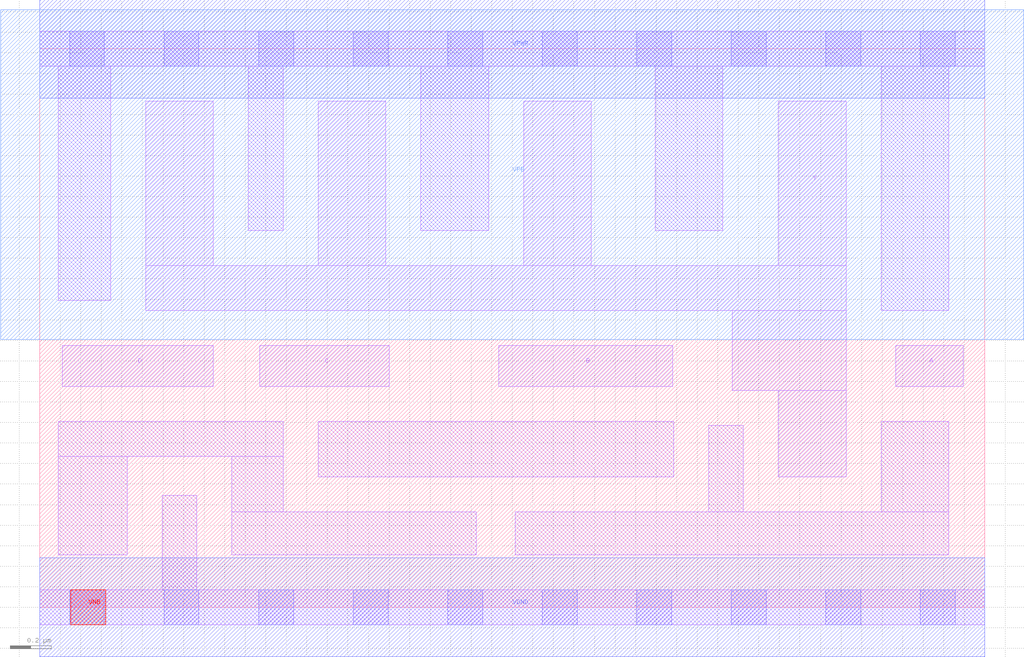
<source format=lef>
# Copyright 2020 The SkyWater PDK Authors
#
# Licensed under the Apache License, Version 2.0 (the "License");
# you may not use this file except in compliance with the License.
# You may obtain a copy of the License at
#
#     https://www.apache.org/licenses/LICENSE-2.0
#
# Unless required by applicable law or agreed to in writing, software
# distributed under the License is distributed on an "AS IS" BASIS,
# WITHOUT WARRANTIES OR CONDITIONS OF ANY KIND, either express or implied.
# See the License for the specific language governing permissions and
# limitations under the License.
#
# SPDX-License-Identifier: Apache-2.0

VERSION 5.7 ;
  NOWIREEXTENSIONATPIN ON ;
  DIVIDERCHAR "/" ;
  BUSBITCHARS "[]" ;
MACRO sky130_fd_sc_hd__nand4_2
  CLASS CORE ;
  FOREIGN sky130_fd_sc_hd__nand4_2 ;
  ORIGIN  0.000000  0.000000 ;
  SIZE  4.600000 BY  2.720000 ;
  SYMMETRY X Y R90 ;
  SITE unithd ;
  PIN A
    ANTENNAGATEAREA  0.495000 ;
    DIRECTION INPUT ;
    USE SIGNAL ;
    PORT
      LAYER li1 ;
        RECT 4.165000 1.075000 4.495000 1.275000 ;
    END
  END A
  PIN B
    ANTENNAGATEAREA  0.495000 ;
    DIRECTION INPUT ;
    USE SIGNAL ;
    PORT
      LAYER li1 ;
        RECT 2.235000 1.075000 3.080000 1.275000 ;
    END
  END B
  PIN C
    ANTENNAGATEAREA  0.495000 ;
    DIRECTION INPUT ;
    USE SIGNAL ;
    PORT
      LAYER li1 ;
        RECT 1.070000 1.075000 1.700000 1.275000 ;
    END
  END C
  PIN D
    ANTENNAGATEAREA  0.495000 ;
    DIRECTION INPUT ;
    USE SIGNAL ;
    PORT
      LAYER li1 ;
        RECT 0.110000 1.075000 0.845000 1.275000 ;
    END
  END D
  PIN VNB
    PORT
      LAYER pwell ;
        RECT 0.150000 -0.085000 0.320000 0.085000 ;
    END
  END VNB
  PIN VPB
    PORT
      LAYER nwell ;
        RECT -0.190000 1.305000 4.790000 2.910000 ;
    END
  END VPB
  PIN Y
    ANTENNADIFFAREA  1.255500 ;
    DIRECTION OUTPUT ;
    USE SIGNAL ;
    PORT
      LAYER li1 ;
        RECT 0.515000 1.445000 3.925000 1.665000 ;
        RECT 0.515000 1.665000 0.845000 2.465000 ;
        RECT 1.355000 1.665000 1.685000 2.465000 ;
        RECT 2.355000 1.665000 2.685000 2.465000 ;
        RECT 3.370000 1.055000 3.925000 1.445000 ;
        RECT 3.595000 0.635000 3.925000 1.055000 ;
        RECT 3.595000 1.665000 3.925000 2.465000 ;
    END
  END Y
  PIN VGND
    DIRECTION INOUT ;
    SHAPE ABUTMENT ;
    USE GROUND ;
    PORT
      LAYER met1 ;
        RECT 0.000000 -0.240000 4.600000 0.240000 ;
    END
  END VGND
  PIN VPWR
    DIRECTION INOUT ;
    SHAPE ABUTMENT ;
    USE POWER ;
    PORT
      LAYER met1 ;
        RECT 0.000000 2.480000 4.600000 2.960000 ;
    END
  END VPWR
  OBS
    LAYER li1 ;
      RECT 0.000000 -0.085000 4.600000 0.085000 ;
      RECT 0.000000  2.635000 4.600000 2.805000 ;
      RECT 0.090000  0.255000 0.425000 0.735000 ;
      RECT 0.090000  0.735000 1.185000 0.905000 ;
      RECT 0.090000  1.495000 0.345000 2.635000 ;
      RECT 0.595000  0.085000 0.765000 0.545000 ;
      RECT 0.935000  0.255000 2.125000 0.465000 ;
      RECT 0.935000  0.465000 1.185000 0.735000 ;
      RECT 1.015000  1.835000 1.185000 2.635000 ;
      RECT 1.355000  0.635000 3.085000 0.905000 ;
      RECT 1.855000  1.835000 2.185000 2.635000 ;
      RECT 2.315000  0.255000 4.425000 0.465000 ;
      RECT 2.995000  1.835000 3.325000 2.635000 ;
      RECT 3.255000  0.465000 3.425000 0.885000 ;
      RECT 4.095000  0.465000 4.425000 0.905000 ;
      RECT 4.095000  1.445000 4.425000 2.635000 ;
    LAYER mcon ;
      RECT 0.145000 -0.085000 0.315000 0.085000 ;
      RECT 0.145000  2.635000 0.315000 2.805000 ;
      RECT 0.605000 -0.085000 0.775000 0.085000 ;
      RECT 0.605000  2.635000 0.775000 2.805000 ;
      RECT 1.065000 -0.085000 1.235000 0.085000 ;
      RECT 1.065000  2.635000 1.235000 2.805000 ;
      RECT 1.525000 -0.085000 1.695000 0.085000 ;
      RECT 1.525000  2.635000 1.695000 2.805000 ;
      RECT 1.985000 -0.085000 2.155000 0.085000 ;
      RECT 1.985000  2.635000 2.155000 2.805000 ;
      RECT 2.445000 -0.085000 2.615000 0.085000 ;
      RECT 2.445000  2.635000 2.615000 2.805000 ;
      RECT 2.905000 -0.085000 3.075000 0.085000 ;
      RECT 2.905000  2.635000 3.075000 2.805000 ;
      RECT 3.365000 -0.085000 3.535000 0.085000 ;
      RECT 3.365000  2.635000 3.535000 2.805000 ;
      RECT 3.825000 -0.085000 3.995000 0.085000 ;
      RECT 3.825000  2.635000 3.995000 2.805000 ;
      RECT 4.285000 -0.085000 4.455000 0.085000 ;
      RECT 4.285000  2.635000 4.455000 2.805000 ;
  END
END sky130_fd_sc_hd__nand4_2
END LIBRARY

</source>
